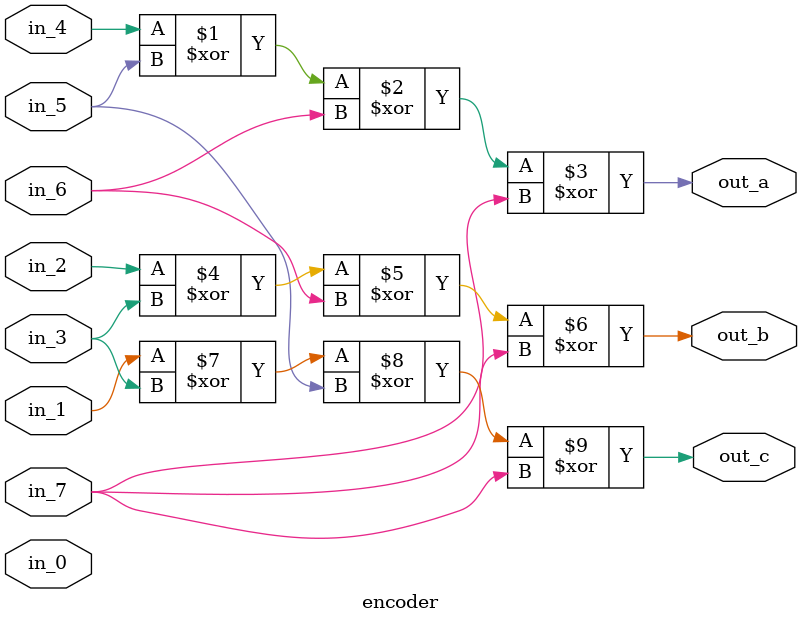
<source format=v>
module encoder(
  in_0,
  in_1,
  in_2,
  in_3,
  in_4,
  in_5,
  in_6,
  in_7,
  out_a,
  out_b,
  out_c
);

input in_0;
input in_1;
input in_2;
input in_3;
input in_4;
input in_5;
input in_6;
input in_7;
output out_a;
output out_b;
output out_c;

assign out_a = in_4 ^ in_5 ^ in_6 ^ in_7;
assign out_b = in_2 ^ in_3 ^ in_6 ^ in_7;
assign out_c = in_1 ^ in_3 ^ in_5 ^ in_7;

endmodule 
</source>
